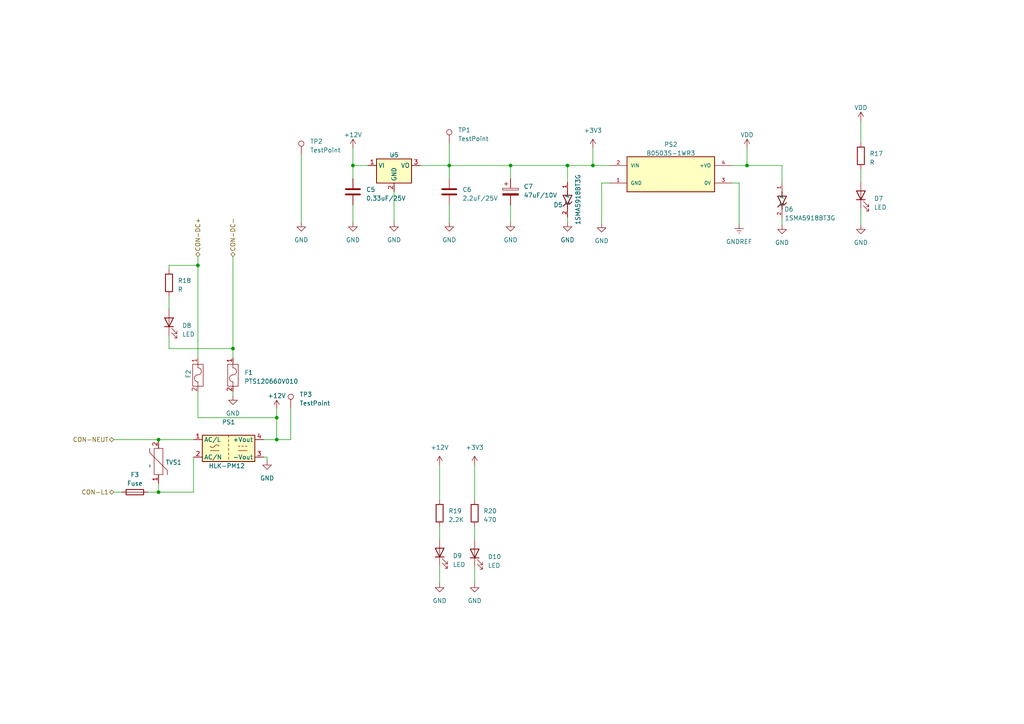
<source format=kicad_sch>
(kicad_sch (version 20230121) (generator eeschema)
  (paper "A4")
  (lib_symbols
    (symbol "1SMA5918BT3G:1SMA5918BT3G" (pin_names (offset 1.016))
      (property "Reference" "D6" (at 2.54 0.635 90))
      (property "Value" "1SMA5918BT3G" (at 2.54 -1.905 90))
      (symbol "1SMA5918BT3G_0_0"
        (polyline (pts (xy -2.54 0) (xy -1.27 0)) (stroke (width 0.254)))
        (polyline (pts (xy -1.27 -1.27) (xy 1.27 0)) (stroke (width 0.254)))
        (polyline (pts (xy -1.27 0) (xy -1.27 -1.27)) (stroke (width 0.254)))
        (polyline (pts (xy -1.27 1.27) (xy -1.27 0)) (stroke (width 0.254)))
        (polyline (pts (xy 0.635 1.27) (xy 1.27 0.635)) (stroke (width 0.254)))
        (polyline (pts (xy 1.27 -0.635) (xy 1.905 -1.27)) (stroke (width 0.254)))
        (polyline (pts (xy 1.27 0) (xy -1.27 1.27)) (stroke (width 0.254)))
        (polyline (pts (xy 1.27 0) (xy 1.27 -0.635)) (stroke (width 0.254)))
        (polyline (pts (xy 1.27 0.635) (xy 1.27 0)) (stroke (width 0.254)))
        (polyline (pts (xy 2.54 0) (xy 1.27 0)) (stroke (width 0.254)))
        (pin passive line (at -5.08 0 0) (length 2.54) (name "A") (number "1"))
        (pin passive line (at 5.08 0 180) (length 2.54) (name "C") (number "2"))
      )
    )
    (symbol "1SMA5918BT3G_1" (pin_names (offset 1.016))
      (property "Reference" "D5" (at 0.635 -2.54 90))
      (property "Value" "1SMA5918BT3G" (at -1.905 -2.54 90))
      (symbol "1SMA5918BT3G_1_0_0"
        (polyline (pts (xy -2.54 0) (xy -1.27 0)) (stroke (width 0.254)))
        (polyline (pts (xy -1.27 -1.27) (xy 1.27 0)) (stroke (width 0.254)))
        (polyline (pts (xy -1.27 0) (xy -1.27 -1.27)) (stroke (width 0.254)))
        (polyline (pts (xy -1.27 1.27) (xy -1.27 0)) (stroke (width 0.254)))
        (polyline (pts (xy 0.635 1.27) (xy 1.27 0.635)) (stroke (width 0.254)))
        (polyline (pts (xy 1.27 -0.635) (xy 1.905 -1.27)) (stroke (width 0.254)))
        (polyline (pts (xy 1.27 0) (xy -1.27 1.27)) (stroke (width 0.254)))
        (polyline (pts (xy 1.27 0) (xy 1.27 -0.635)) (stroke (width 0.254)))
        (polyline (pts (xy 1.27 0.635) (xy 1.27 0)) (stroke (width 0.254)))
        (polyline (pts (xy 2.54 0) (xy 1.27 0)) (stroke (width 0.254)))
        (pin passive line (at -5.08 0 0) (length 2.54) (name "A") (number "1"))
        (pin passive line (at 5.08 0 180) (length 2.54) (name "C") (number "2"))
      )
    )
    (symbol "B0503S-1WR3:B0503S-1WR3" (pin_names (offset 1.016))
      (property "Reference" "PS" (at -12.7 6.35 0))
      (property "Value" "B0503S-1WR3" (at -12.7 -7.62 0))
      (symbol "B0503S-1WR3_0_0"
        (rectangle (start -12.7 -5.08) (end 12.7 5.08) (stroke (width 0.254)) (fill (type background)))
        (pin power_in line (at -17.78 -2.54 0) (length 5.08) (name "GND") (number "1"))
        (pin input line (at -17.78 2.54 0) (length 5.08) (name "VIN") (number "2"))
        (pin passive line (at 17.78 -2.54 180) (length 5.08) (name "0V") (number "3"))
        (pin output line (at 17.78 2.54 180) (length 5.08) (name "+VO") (number "4"))
      )
    )
    (symbol "Connector:TestPoint" (pin_numbers hide) (pin_names (offset 0.762) hide)
      (property "Reference" "TP" (at 0 6.858 0))
      (property "Value" "TestPoint" (at 0 5.08 0))
      (symbol "TestPoint_0_1"
        (circle (center 0 3.302) (radius 0.762))
      )
      (symbol "TestPoint_1_1"
        (pin passive line (at 0 0 90) (length 2.54) (name "1") (number "1"))
      )
    )
    (symbol "Converter_ACDC:HLK-PM12"
      (property "Reference" "PS" (at 0 5.08 0))
      (property "Value" "HLK-PM12" (at 0 -5.08 0))
      (symbol "HLK-PM12_0_1"
        (rectangle (start -7.62 3.81) (end 7.62 -3.81) (stroke (width 0.254)) (fill (type background)))
        (arc (start -5.334 0.635) (mid -4.699 0.2495) (end -4.064 0.635))
        (arc (start -2.794 0.635) (mid -3.429 1.0072) (end -4.064 0.635))
        (polyline (pts (xy -5.334 -0.635) (xy -2.794 -0.635)))
        (polyline (pts (xy 0 -2.54) (xy 0 -3.175)))
        (polyline (pts (xy 0 -1.27) (xy 0 -1.905)))
        (polyline (pts (xy 0 0) (xy 0 -0.635)))
        (polyline (pts (xy 0 1.27) (xy 0 0.635)))
        (polyline (pts (xy 0 2.54) (xy 0 1.905)))
        (polyline (pts (xy 0 3.81) (xy 0 3.175)))
        (polyline (pts (xy 2.794 -0.635) (xy 5.334 -0.635)))
        (polyline (pts (xy 2.794 0.635) (xy 3.302 0.635)))
        (polyline (pts (xy 3.81 0.635) (xy 4.318 0.635)))
        (polyline (pts (xy 4.826 0.635) (xy 5.334 0.635)))
      )
      (symbol "HLK-PM12_1_1"
        (pin power_in line (at -10.16 2.54 0) (length 2.54) (name "AC/L") (number "1"))
        (pin power_in line (at -10.16 -2.54 0) (length 2.54) (name "AC/N") (number "2"))
        (pin power_out line (at 10.16 -2.54 180) (length 2.54) (name "-Vout") (number "3"))
        (pin power_out line (at 10.16 2.54 180) (length 2.54) (name "+Vout") (number "4"))
      )
    )
    (symbol "Device:C" (pin_numbers hide) (pin_names (offset 0.254))
      (property "Reference" "C" (at 0.635 2.54 0))
      (property "Value" "C" (at 0.635 -2.54 0))
      (symbol "C_0_1"
        (polyline (pts (xy -2.032 -0.762) (xy 2.032 -0.762)) (stroke (width 0.508)))
        (polyline (pts (xy -2.032 0.762) (xy 2.032 0.762)) (stroke (width 0.508)))
      )
      (symbol "C_1_1"
        (pin passive line (at 0 3.81 270) (length 2.794) (name "~") (number "1"))
        (pin passive line (at 0 -3.81 90) (length 2.794) (name "~") (number "2"))
      )
    )
    (symbol "Device:C_Polarized" (pin_numbers hide) (pin_names (offset 0.254))
      (property "Reference" "C" (at 0.635 2.54 0))
      (property "Value" "C_Polarized" (at 0.635 -2.54 0))
      (symbol "C_Polarized_0_1"
        (rectangle (start -2.286 0.508) (end 2.286 1.016))
        (polyline (pts (xy -1.778 2.286) (xy -0.762 2.286)))
        (polyline (pts (xy -1.27 2.794) (xy -1.27 1.778)))
        (rectangle (start 2.286 -0.508) (end -2.286 -1.016) (fill (type outline)))
      )
      (symbol "C_Polarized_1_1"
        (pin passive line (at 0 3.81 270) (length 2.794) (name "~") (number "1"))
        (pin passive line (at 0 -3.81 90) (length 2.794) (name "~") (number "2"))
      )
    )
    (symbol "Device:Fuse" (pin_numbers hide) (pin_names (offset 0))
      (property "Reference" "F" (at 2.032 0 90))
      (property "Value" "Fuse" (at -1.905 0 90))
      (symbol "Fuse_0_1"
        (rectangle (start -0.762 -2.54) (end 0.762 2.54) (stroke (width 0.254)))
        (polyline (pts (xy 0 2.54) (xy 0 -2.54)))
      )
      (symbol "Fuse_1_1"
        (pin passive line (at 0 3.81 270) (length 1.27) (name "~") (number "1"))
        (pin passive line (at 0 -3.81 90) (length 1.27) (name "~") (number "2"))
      )
    )
    (symbol "Device:LED" (pin_numbers hide) (pin_names (offset 1.016) hide)
      (property "Reference" "D" (at 0 2.54 0))
      (property "Value" "LED" (at 0 -2.54 0))
      (symbol "LED_0_1"
        (polyline (pts (xy -1.27 -1.27) (xy -1.27 1.27)) (stroke (width 0.254)))
        (polyline (pts (xy -1.27 0) (xy 1.27 0)))
        (polyline (pts (xy 1.27 -1.27) (xy 1.27 1.27) (xy -1.27 0) (xy 1.27 -1.27)) (stroke (width 0.254)))
        (polyline (pts (xy -3.048 -0.762) (xy -4.572 -2.286) (xy -3.81 -2.286) (xy -4.572 -2.286) (xy -4.572 -1.524)))
        (polyline (pts (xy -1.778 -0.762) (xy -3.302 -2.286) (xy -2.54 -2.286) (xy -3.302 -2.286) (xy -3.302 -1.524)))
      )
      (symbol "LED_1_1"
        (pin passive line (at -3.81 0 0) (length 2.54) (name "K") (number "1"))
        (pin passive line (at 3.81 0 180) (length 2.54) (name "A") (number "2"))
      )
    )
    (symbol "Device:R" (pin_numbers hide) (pin_names (offset 0))
      (property "Reference" "R" (at 2.032 0 90))
      (property "Value" "R" (at 0 0 90))
      (symbol "R_0_1"
        (rectangle (start -1.016 -2.54) (end 1.016 2.54) (stroke (width 0.254)))
      )
      (symbol "R_1_1"
        (pin passive line (at 0 3.81 270) (length 1.27) (name "~") (number "1"))
        (pin passive line (at 0 -3.81 90) (length 1.27) (name "~") (number "2"))
      )
    )
    (symbol "New_Library:NJM2885DL1-33-TE1"
      (property "Reference" "U" (at 0 0 0))
      (symbol "NJM2885DL1-33-TE1_0_1"
        (rectangle (start -4.826 -1.143) (end 5.334 -8.128) (stroke (width 0.254)) (fill (type background)))
      )
      (symbol "NJM2885DL1-33-TE1_1_1"
        (pin power_in line (at -7.366 -3.048 0) (length 2.54) (name "VI") (number "1"))
        (pin power_in line (at 0.254 -10.668 90) (length 2.54) (name "GND") (number "2"))
        (pin power_out line (at 7.874 -3.048 180) (length 2.54) (name "VO") (number "3"))
      )
    )
    (symbol "New_Library:P10V275"
      (property "Reference" "TVS1" (at 6.35 0.635 90))
      (property "Value" "~" (at 0 0 0))
      (symbol "P10V275_0_1"
        (polyline (pts (xy 5.08 0) (xy 3.81 0) (xy -1.27 -5.08) (xy -2.54 -5.08)))
        (polyline (pts (xy -2.54 -1.27) (xy -2.54 -3.81) (xy 5.08 -3.81) (xy 5.08 -1.27) (xy -2.54 -1.27)))
      )
      (symbol "P10V275_1_1"
        (pin bidirectional line (at -5.08 -2.54 0) (length 2.54) (name "") (number "1"))
        (pin bidirectional line (at 7.62 -2.54 180) (length 2.54) (name "") (number "2"))
      )
    )
    (symbol "New_Library:PTS120660V010"
      (property "Reference" "F" (at 0 0 90))
      (property "Value" "PTS120660V010" (at 5.588 1.016 90))
      (symbol "PTS120660V010_0_1"
        (polyline (pts (xy 2.54 -3.302) (xy 2.54 -1.778)))
        (polyline (pts (xy 2.54 2.286) (xy 2.54 3.81)))
        (rectangle (start 1.016 3.302) (end 4.064 -3.048))
        (arc (start 1.5222 -0.7638) (mid 1.8203 -1.4817) (end 2.5382 -1.7798))
        (arc (start 2.5382 0.2558) (mid 1.8203 -0.0423) (end 1.5222 -0.7602))
        (arc (start 2.5418 0.2522) (mid 3.2597 0.5503) (end 3.5578 1.2682))
        (arc (start 3.556 1.27) (mid 3.2578 1.9878) (end 2.54 2.286))
      )
      (symbol "PTS120660V010_1_1"
        (pin passive line (at 2.54 5.08 270) (length 1.27) (name "~") (number "1"))
        (pin passive line (at 2.54 -4.572 90) (length 1.27) (name "~") (number "2"))
      )
    )
    (symbol "power:+12V" (power) (pin_names (offset 0))
      (property "Value" "+12V" (at 0 3.556 0))
      (symbol "+12V_0_1"
        (polyline (pts (xy -0.762 1.27) (xy 0 2.54)))
        (polyline (pts (xy 0 0) (xy 0 2.54)))
        (polyline (pts (xy 0 2.54) (xy 0.762 1.27)))
      )
      (symbol "+12V_1_1"
        (pin power_in line (at 0 0 90) (length 0) hide (name "+12V") (number "1"))
      )
    )
    (symbol "power:+3V3" (power) (pin_names (offset 0))
      (property "Value" "+3V3" (at 0 3.556 0))
      (symbol "+3V3_0_1"
        (polyline (pts (xy -0.762 1.27) (xy 0 2.54)))
        (polyline (pts (xy 0 0) (xy 0 2.54)))
        (polyline (pts (xy 0 2.54) (xy 0.762 1.27)))
      )
      (symbol "+3V3_1_1"
        (pin power_in line (at 0 0 90) (length 0) hide (name "+3V3") (number "1"))
      )
    )
    (symbol "power:GND" (power) (pin_names (offset 0))
      (property "Value" "GND" (at 0 -3.81 0))
      (symbol "GND_0_1"
        (polyline (pts (xy 0 0) (xy 0 -1.27) (xy 1.27 -1.27) (xy 0 -2.54) (xy -1.27 -1.27) (xy 0 -1.27)))
      )
      (symbol "GND_1_1"
        (pin power_in line (at 0 0 270) (length 0) hide (name "GND") (number "1"))
      )
    )
    (symbol "power:GNDREF" (power) (pin_names (offset 0))
      (property "Value" "GNDREF" (at 0 -3.81 0))
      (symbol "GNDREF_0_1"
        (polyline (pts (xy -0.635 -1.905) (xy 0.635 -1.905)))
        (polyline (pts (xy -0.127 -2.54) (xy 0.127 -2.54)))
        (polyline (pts (xy 0 -1.27) (xy 0 0)))
        (polyline (pts (xy 1.27 -1.27) (xy -1.27 -1.27)))
      )
      (symbol "GNDREF_1_1"
        (pin power_in line (at 0 0 270) (length 0) hide (name "GNDREF") (number "1"))
      )
    )
    (symbol "power:VDD" (power) (pin_names (offset 0))
      (property "Value" "VDD" (at 0 3.81 0))
      (symbol "VDD_0_1"
        (polyline (pts (xy -0.762 1.27) (xy 0 2.54)))
        (polyline (pts (xy 0 0) (xy 0 2.54)))
        (polyline (pts (xy 0 2.54) (xy 0.762 1.27)))
      )
      (symbol "VDD_1_1"
        (pin power_in line (at 0 0 90) (length 0) hide (name "VDD") (number "1"))
      )
    )
  )
  (junction (at 45.974 142.748))
  (junction (at 57.404 76.962))
  (junction (at 148.082 48.006))
  (junction (at 102.362 48.006))
  (junction (at 80.264 127.508))
  (junction (at 67.564 101.092))
  (junction (at 80.264 121.158))
  (junction (at 45.974 127.508))
  (junction (at 164.592 48.006))
  (junction (at 130.302 48.006))
  (junction (at 216.662 48.006))
  (junction (at 171.958 48.006))
  (wire (pts (xy 42.926 142.748) (xy 45.974 142.748)))
  (wire (pts (xy 171.958 42.926) (xy 171.958 48.006)))
  (wire (pts (xy 214.376 53.086) (xy 212.344 53.086)))
  (wire (pts (xy 226.822 63.246) (xy 226.822 65.278)))
  (wire (pts (xy 127.508 134.874) (xy 127.508 145.034)))
  (wire (pts (xy 216.662 42.926) (xy 216.662 48.006)))
  (wire (pts (xy 114.3 55.626) (xy 114.3 64.516)))
  (wire (pts (xy 80.264 127.508) (xy 76.454 127.508)))
  (wire (pts (xy 214.376 65.024) (xy 214.376 53.086)))
  (wire (pts (xy 102.362 59.436) (xy 102.362 64.516)))
  (wire (pts (xy 130.302 48.006) (xy 148.082 48.006)))
  (wire (pts (xy 130.302 59.436) (xy 130.302 64.516)))
  (wire (pts (xy 127.508 164.084) (xy 127.508 169.164)))
  (wire (pts (xy 80.264 121.158) (xy 80.264 127.508)))
  (wire (pts (xy 49.022 76.962) (xy 49.022 78.232)))
  (wire (pts (xy 121.92 48.006) (xy 130.302 48.006)))
  (wire (pts (xy 148.082 48.006) (xy 164.592 48.006)))
  (wire (pts (xy 49.022 76.962) (xy 57.404 76.962)))
  (wire (pts (xy 212.344 48.006) (xy 216.662 48.006)))
  (wire (pts (xy 137.668 164.338) (xy 137.668 169.164)))
  (wire (pts (xy 137.668 152.654) (xy 137.668 156.718)))
  (wire (pts (xy 67.564 113.538) (xy 67.564 114.808)))
  (wire (pts (xy 226.822 53.086) (xy 226.822 48.006)))
  (wire (pts (xy 45.974 140.208) (xy 45.974 142.748)))
  (wire (pts (xy 249.682 60.452) (xy 249.682 65.278)))
  (wire (pts (xy 67.564 101.092) (xy 49.022 101.092)))
  (wire (pts (xy 137.668 134.874) (xy 137.668 145.034)))
  (wire (pts (xy 148.082 48.006) (xy 148.082 51.816)))
  (wire (pts (xy 77.47 132.588) (xy 77.47 133.604)))
  (wire (pts (xy 102.362 48.006) (xy 106.68 48.006)))
  (wire (pts (xy 57.404 74.422) (xy 57.404 76.962)))
  (wire (pts (xy 84.328 127.508) (xy 80.264 127.508)))
  (wire (pts (xy 80.264 118.618) (xy 80.264 121.158)))
  (wire (pts (xy 87.376 44.958) (xy 87.376 64.516)))
  (wire (pts (xy 49.022 101.092) (xy 49.022 97.282)))
  (wire (pts (xy 174.498 64.77) (xy 174.498 53.086)))
  (wire (pts (xy 76.454 132.588) (xy 77.47 132.588)))
  (wire (pts (xy 45.974 142.748) (xy 56.134 142.748)))
  (wire (pts (xy 57.404 76.962) (xy 57.404 103.886)))
  (wire (pts (xy 57.404 113.538) (xy 57.404 121.158)))
  (wire (pts (xy 45.974 127.508) (xy 56.134 127.508)))
  (wire (pts (xy 33.02 142.748) (xy 35.306 142.748)))
  (wire (pts (xy 249.682 49.022) (xy 249.682 52.832)))
  (wire (pts (xy 164.592 48.006) (xy 164.592 52.832)))
  (wire (pts (xy 57.404 121.158) (xy 80.264 121.158)))
  (wire (pts (xy 102.362 48.006) (xy 102.362 51.816)))
  (wire (pts (xy 84.328 118.364) (xy 84.328 127.508)))
  (wire (pts (xy 164.592 48.006) (xy 171.958 48.006)))
  (wire (pts (xy 148.082 59.436) (xy 148.082 64.516)))
  (wire (pts (xy 102.362 42.926) (xy 102.362 48.006)))
  (wire (pts (xy 127.508 152.654) (xy 127.508 156.464)))
  (wire (pts (xy 174.498 53.086) (xy 176.784 53.086)))
  (wire (pts (xy 67.564 103.886) (xy 67.564 101.092)))
  (wire (pts (xy 33.02 127.508) (xy 45.974 127.508)))
  (wire (pts (xy 130.302 41.656) (xy 130.302 48.006)))
  (wire (pts (xy 130.302 48.006) (xy 130.302 51.816)))
  (wire (pts (xy 216.662 48.006) (xy 226.822 48.006)))
  (wire (pts (xy 249.682 35.052) (xy 249.682 41.402)))
  (wire (pts (xy 171.958 48.006) (xy 176.784 48.006)))
  (wire (pts (xy 56.134 142.748) (xy 56.134 132.588)))
  (wire (pts (xy 164.592 62.992) (xy 164.592 64.516)))
  (wire (pts (xy 67.564 74.422) (xy 67.564 101.092)))
  (wire (pts (xy 49.022 85.852) (xy 49.022 89.662)))
  (hierarchical_label "CON-NEUT" (shape bidirectional) (at 33.02 127.508 180))
  (hierarchical_label "CON-DC-" (shape bidirectional) (at 67.564 74.422 90))
  (hierarchical_label "CON-DC+" (shape bidirectional) (at 57.404 74.422 90))
  (hierarchical_label "CON-L1" (shape bidirectional) (at 33.02 142.748 180))
  (symbol (lib_id "Device:R") (at 127.508 148.844 0) (unit 1)
    (property "Reference" "R19" (at 130.048 148.209 0) (effects (justify left)))
    (property "Value" "2.2K" (at 130.048 150.749 0) (effects (justify left)))
    (property "Footprint" "Diode_SMD:D_0805_2012Metric" (effects hide))
    (instances (project "RoomLink" (path "" (reference "R19") (unit 1))) (project "Practica" (path "" (reference "R26") (unit 1))))
  )
  (symbol (lib_id "power:+12V") (at 127.508 134.874 0) (unit 1)
    (property "Reference" "#PWR039" (effects hide))
    (property "Value" "+12V" (at 127.508 129.794 0))
    (instances (project "RoomLink" (path "" (reference "#PWR039") (unit 1))) (project "Practica" (path "" (reference "#PWR053") (unit 1))))
  )
  (symbol (lib_id "power:GND") (at 77.47 133.604 0) (unit 1)
    (property "Reference" "#PWR036" (effects hide))
    (property "Value" "GND" (at 77.47 138.684 0))
    (instances (project "RoomLink" (path "" (reference "#PWR036") (unit 1))) (project "Practica" (path "" (reference "#PWR044") (unit 1))))
  )
  (symbol (lib_id "New_Library:PTS120660V010") (at 54.864 108.966 0) (unit 1)
    (property "Reference" "F2" (at 54.61 109.728 90) (effects (justify left)))
    (property "Value" "PTS120660V010" (effects hide))
    (property "Footprint" "Fuse:Fuse_1206_3216Metric" (effects hide))
    (instances (project "RoomLink" (path "" (reference "F2") (unit 1))) (project "Practica" (path "" (reference "F4") (unit 1))))
  )
  (symbol (lib_id "Device:R") (at 137.668 148.844 0) (unit 1)
    (property "Reference" "R20" (at 140.208 148.209 0) (effects (justify left)))
    (property "Value" "470" (at 140.208 150.749 0) (effects (justify left)))
    (property "Footprint" "Diode_SMD:D_0805_2012Metric" (effects hide))
    (instances (project "RoomLink" (path "" (reference "R20") (unit 1))) (project "Practica" (path "" (reference "R32") (unit 1))))
  )
  (symbol (lib_id "power:GND") (at 127.508 169.164 0) (unit 1)
    (property "Reference" "#PWR038" (effects hide))
    (property "Value" "GND" (at 127.508 174.244 0))
    (instances (project "RoomLink" (path "" (reference "#PWR038") (unit 1))) (project "Practica" (path "" (reference "#PWR054") (unit 1))))
  )
  (symbol (lib_id "Device:LED") (at 137.668 160.528 90) (unit 1)
    (property "Reference" "D10" (at 141.478 161.4805 90) (effects (justify right)))
    (property "Value" "LED" (at 141.478 164.0205 90) (effects (justify right)))
    (property "Footprint" "Diode_SMD:D_0805_2012Metric" (effects hide))
    (instances (project "RoomLink" (path "" (reference "D10") (unit 1))) (project "Practica" (path "" (reference "D17") (unit 1))))
  )
  (symbol (lib_id "power:GND") (at 164.592 64.516 0) (unit 1)
    (property "Reference" "#PWR028" (effects hide))
    (property "Value" "GND" (at 164.592 69.596 0))
    (instances (project "RoomLink" (path "" (reference "#PWR028") (unit 1))) (project "Practica" (path "" (reference "#PWR050") (unit 1))))
  )
  (symbol (lib_id "power:GNDREF") (at 214.376 65.024 0) (unit 1)
    (property "Reference" "#PWR024" (effects hide))
    (property "Value" "GNDREF" (at 214.376 70.104 0))
    (instances (project "RoomLink" (path "" (reference "#PWR024") (unit 1))) (project "Practica" (path "" (reference "#PWR055") (unit 1))))
  )
  (symbol (lib_id "power:VDD") (at 216.662 42.926 0) (unit 1)
    (property "Reference" "#PWR030" (effects hide))
    (property "Value" "VDD" (at 216.662 39.116 0))
    (instances (project "RoomLink" (path "" (reference "#PWR030") (unit 1))) (project "Practica" (path "" (reference "#PWR056") (unit 1))))
  )
  (symbol (lib_id "power:GND") (at 249.682 65.278 0) (unit 1)
    (property "Reference" "#PWR033" (effects hide))
    (property "Value" "GND" (at 249.682 70.358 0))
    (instances (project "RoomLink" (path "" (reference "#PWR033") (unit 1))) (project "Practica" (path "" (reference "#PWR061") (unit 1))))
  )
  (symbol (lib_id "New_Library:P10V275") (at 43.434 135.128 90) (unit 1)
    (property "Reference" "TVS1" (at 48.006 134.112 90) (effects (justify right)))
    (property "Value" "~" (at 43.434 135.128 0))
    (property "Footprint" "Varistor:RV_Disc_D21.5mm_W7.5mm_P10mm" (effects hide))
  )
  (symbol (lib_id "power:+3V3") (at 137.668 134.874 0) (unit 1)
    (property "Reference" "#PWR021" (effects hide))
    (property "Value" "+3V3" (at 137.668 129.794 0))
    (instances (project "Practica" (path "" (reference "#PWR021") (unit 1)) (path "" (reference "#PWR033") (unit 1)) (path "" (reference "#PWR062") (unit 1))))
  )
  (symbol (lib_id "Device:LED") (at 249.682 56.642 90) (unit 1)
    (property "Reference" "D7" (at 253.492 57.5945 90) (effects (justify right)))
    (property "Value" "LED" (at 253.492 60.1345 90) (effects (justify right)))
    (property "Footprint" "Diode_SMD:D_0805_2012Metric" (effects hide))
    (instances (project "RoomLink" (path "" (reference "D7") (unit 1))) (project "Practica" (path "" (reference "D19") (unit 1))))
  )
  (symbol (lib_id "power:GND") (at 148.082 64.516 0) (unit 1)
    (property "Reference" "#PWR027" (effects hide))
    (property "Value" "GND" (at 148.082 69.596 0))
    (instances (project "RoomLink" (path "" (reference "#PWR027") (unit 1))) (project "Practica" (path "" (reference "#PWR049") (unit 1))))
  )
  (symbol (lib_id "Device:C") (at 102.362 55.626 0) (unit 1)
    (property "Reference" "C5" (at 106.172 54.991 0) (effects (justify left)))
    (property "Value" "0.33uF/25V" (at 106.172 57.531 0) (effects (justify left)))
    (property "Footprint" "Capacitor_SMD:C_0805_2012Metric" (effects hide))
    (instances (project "RoomLink" (path "" (reference "C5") (unit 1))) (project "Practica" (path "" (reference "C7") (unit 1))))
  )
  (symbol (lib_id "power:GND") (at 67.564 114.808 0) (unit 1)
    (property "Reference" "#PWR034" (effects hide))
    (property "Value" "GND" (at 67.564 119.888 0))
    (instances (project "RoomLink" (path "" (reference "#PWR034") (unit 1))) (project "Practica" (path "" (reference "#PWR041") (unit 1))))
  )
  (symbol (lib_id "power:+3V3") (at 171.958 42.926 0) (unit 1)
    (property "Reference" "#PWR021" (effects hide))
    (property "Value" "+3V3" (at 171.958 37.846 0))
    (instances (project "Practica" (path "" (reference "#PWR021") (unit 1)) (path "" (reference "#PWR033") (unit 1)) (path "" (reference "#PWR057") (unit 1))))
  )
  (symbol (lib_id "power:GND") (at 226.822 65.278 0) (unit 1)
    (property "Reference" "#PWR023" (effects hide))
    (property "Value" "GND" (at 226.822 70.358 0))
    (instances (project "RoomLink" (path "" (reference "#PWR023") (unit 1))) (project "Practica" (path "" (reference "#PWR059") (unit 1))))
  )
  (symbol (lib_id "power:GND") (at 137.668 169.164 0) (unit 1)
    (property "Reference" "#PWR040" (effects hide))
    (property "Value" "GND" (at 137.668 174.244 0))
    (instances (project "RoomLink" (path "" (reference "#PWR040") (unit 1))) (project "Practica" (path "" (reference "#PWR058") (unit 1))))
  )
  (symbol (lib_id "Device:LED") (at 127.508 160.274 90) (unit 1)
    (property "Reference" "D9" (at 131.318 161.2265 90) (effects (justify right)))
    (property "Value" "LED" (at 131.318 163.7665 90) (effects (justify right)))
    (property "Footprint" "Diode_SMD:D_0805_2012Metric" (effects hide))
    (instances (project "RoomLink" (path "" (reference "D9") (unit 1))) (project "Practica" (path "" (reference "D16") (unit 1))))
  )
  (symbol (lib_id "Device:C") (at 130.302 55.626 0) (unit 1)
    (property "Reference" "C6" (at 134.112 54.991 0) (effects (justify left)))
    (property "Value" "2.2uF/25V" (at 134.112 57.531 0) (effects (justify left)))
    (property "Footprint" "Capacitor_SMD:C_0805_2012Metric" (effects hide))
    (instances (project "RoomLink" (path "" (reference "C6") (unit 1))) (project "Practica" (path "" (reference "C8") (unit 1))))
  )
  (symbol (lib_id "Device:R") (at 249.682 45.212 0) (unit 1)
    (property "Reference" "R17" (at 252.222 44.577 0) (effects (justify left)))
    (property "Value" "R" (at 252.222 47.117 0) (effects (justify left)))
    (property "Footprint" "Diode_SMD:D_0805_2012Metric" (effects hide))
    (instances (project "RoomLink" (path "" (reference "R17") (unit 1))) (project "Practica" (path "" (reference "R33") (unit 1))))
  )
  (symbol (lib_id "Connector:TestPoint") (at 87.376 44.958 0) (unit 1)
    (property "Reference" "TP2" (at 89.916 41.021 0) (effects (justify left)))
    (property "Value" "TestPoint" (at 89.916 43.561 0) (effects (justify left)))
    (property "Footprint" "TestPoint:TestPoint_Loop_D2.60mm_Drill1.6mm_Beaded" (effects hide))
    (instances (project "RoomLink" (path "" (reference "TP2") (unit 1))) (project "Practica" (path "" (reference "TP1") (unit 1))))
  )
  (symbol (lib_id "B0503S-1WR3:B0503S-1WR3") (at 194.564 50.546 0) (unit 1)
    (property "Reference" "PS2" (at 194.564 41.91 0))
    (property "Value" "B0503S-1WR3" (at 194.564 44.45 0))
    (property "Footprint" "CONV_B0503S-1WR3" (effects hide))
    (property "PARTREV" "2018.06.29-A/2" (effects hide))
    (property "STANDARD" "Manufacturer Recommendations" (effects hide))
    (property "MAXIMUM_PACKAGE_HEIGHT" "10.41 mm" (effects hide))
    (property "MANUFACTURER" "Mornsun" (effects hide))
  )
  (symbol (lib_id "New_Library:PTS120660V010") (at 65.024 108.966 0) (unit 1)
    (property "Reference" "F1" (at 70.866 108.077 0) (effects (justify left)))
    (property "Value" "PTS120660V010" (at 70.866 110.617 0) (effects (justify left)))
    (property "Footprint" "Fuse:Fuse_1206_3216Metric" (effects hide))
    (instances (project "RoomLink" (path "" (reference "F1") (unit 1))) (project "Practica" (path "" (reference "F5") (unit 1))))
  )
  (symbol (lib_id "power:GND") (at 87.376 64.516 0) (unit 1)
    (property "Reference" "#PWR031" (effects hide))
    (property "Value" "GND" (at 87.376 69.596 0))
    (instances (project "RoomLink" (path "" (reference "#PWR031") (unit 1))) (project "Practica" (path "" (reference "#PWR042") (unit 1))))
  )
  (symbol (lib_id "power:+12V") (at 102.362 42.926 0) (unit 1)
    (property "Reference" "#PWR021" (effects hide))
    (property "Value" "+12V" (at 102.362 39.116 0))
    (instances (project "RoomLink" (path "" (reference "#PWR021") (unit 1))) (project "Practica" (path "" (reference "#PWR045") (unit 1))))
  )
  (symbol (lib_id "power:+12V") (at 80.264 118.618 0) (unit 1)
    (property "Reference" "#PWR035" (effects hide))
    (property "Value" "+12V" (at 80.264 114.808 0))
    (instances (project "RoomLink" (path "" (reference "#PWR035") (unit 1))) (project "Practica" (path "" (reference "#PWR043") (unit 1))))
  )
  (symbol (lib_id "power:GND") (at 174.498 64.77 0) (unit 1)
    (property "Reference" "#PWR029" (effects hide))
    (property "Value" "GND" (at 174.498 69.85 0))
    (instances (project "RoomLink" (path "" (reference "#PWR029") (unit 1))) (project "Practica" (path "" (reference "#PWR052") (unit 1))))
  )
  (symbol (lib_id "Device:C_Polarized") (at 148.082 55.626 0) (unit 1)
    (property "Reference" "C7" (at 151.892 54.102 0) (effects (justify left)))
    (property "Value" "47uF/10V" (at 151.892 56.642 0) (effects (justify left)))
    (property "Footprint" "Capacitor_SMD:C_0805_2012Metric" (effects hide))
    (instances (project "RoomLink" (path "" (reference "C7") (unit 1))) (project "Practica" (path "" (reference "C9") (unit 1))))
  )
  (symbol (lib_id "power:VDD") (at 249.682 35.052 0) (unit 1)
    (property "Reference" "#PWR032" (effects hide))
    (property "Value" "VDD" (at 249.682 31.242 0))
    (instances (project "RoomLink" (path "" (reference "#PWR032") (unit 1))) (project "Practica" (path "" (reference "#PWR060") (unit 1))))
  )
  (symbol (lib_id "power:GND") (at 130.302 64.516 0) (unit 1)
    (property "Reference" "#PWR026" (effects hide))
    (property "Value" "GND" (at 130.302 69.596 0))
    (instances (project "RoomLink" (path "" (reference "#PWR026") (unit 1))) (project "Practica" (path "" (reference "#PWR048") (unit 1))))
  )
  (symbol (lib_id "Device:R") (at 49.022 82.042 0) (unit 1)
    (property "Reference" "R18" (at 51.562 81.407 0) (effects (justify left)))
    (property "Value" "R" (at 51.562 83.947 0) (effects (justify left)))
    (property "Footprint" "Diode_SMD:D_0805_2012Metric" (effects hide))
    (instances (project "RoomLink" (path "" (reference "R18") (unit 1))) (project "Practica" (path "" (reference "R25") (unit 1))))
  )
  (symbol (lib_id "Converter_ACDC:HLK-PM12") (at 66.294 130.048 0) (unit 1)
    (property "Reference" "PS1" (at 66.294 122.428 0))
    (property "Value" "HLK-PM12" (at 65.786 135.128 0))
    (property "Footprint" "Converter_ACDC:Converter_ACDC_HiLink_HLK-PMxx" (effects hide))
    (property "Datasheet" "http://www.hlktech.net/product_detail.php?ProId=56" (effects hide))
  )
  (symbol (lib_id "1SMA5918BT3G:1SMA5918BT3G") (at 226.822 58.166 270) (unit 1)
    (property "Reference" "D6" (at 227.457 60.706 90) (effects (justify left)))
    (property "Value" "1SMA5918BT3G" (at 227.584 63.246 90) (effects (justify left)))
    (property "Footprint" "Diode_SMD:D_0805_2012Metric" (effects hide))
    (property "PARTREV" "10" (effects hide))
    (property "STANDARD" "IPC-7351B" (effects hide))
    (property "MAXIMUM_PACKAGE_HEIGHT" "2.20mm" (effects hide))
    (property "MANUFACTURER" "ON Semiconductor" (effects hide))
    (instances (project "RoomLink" (path "" (reference "D6") (unit 1))) (project "Practica" (path "" (reference "D18") (unit 1))))
  )
  (symbol (lib_id "New_Library:NJM2885DL1-33-TE1") (at 114.046 44.958 0) (unit 1)
    (property "Reference" "U5" (at 114.3 44.958 0))
    (property "Value" "~" (at 114.046 44.958 0))
    (property "Footprint" "3.3:DPAK228P968X238-4N" (effects hide))
    (instances (project "RoomLink" (path "" (reference "U5") (unit 1))) (project "Practica" (path "" (reference "U8") (unit 1))))
  )
  (symbol (lib_id "Device:Fuse") (at 39.116 142.748 90) (unit 1)
    (property "Reference" "F3" (at 39.116 137.668 90))
    (property "Value" "Fuse" (at 39.116 140.208 90))
    (property "Footprint" "Fuse:Fuseholder_Cylinder-5x20mm_Stelvio-Kontek_PTF78_Horizontal_Open" (effects hide))
  )
  (symbol (lib_id "Connector:TestPoint") (at 130.302 41.656 0) (unit 1)
    (property "Reference" "TP1" (at 132.842 37.719 0) (effects (justify left)))
    (property "Value" "TestPoint" (at 132.842 40.259 0) (effects (justify left)))
    (property "Footprint" "TestPoint:TestPoint_Loop_D2.60mm_Drill1.6mm_Beaded" (effects hide))
    (instances (project "RoomLink" (path "" (reference "TP1") (unit 1))) (project "Practica" (path "" (reference "TP3") (unit 1))))
  )
  (symbol (lib_id "power:GND") (at 114.3 64.516 0) (unit 1)
    (property "Reference" "#PWR061" (effects hide))
    (property "Value" "GND" (at 114.3 69.596 0))
    (instances (project "RoomLink" (path "" (reference "#PWR061") (unit 1))) (project "Practica" (path "" (reference "#PWR047") (unit 1))))
  )
  (symbol (lib_name "1SMA5918BT3G_1") (lib_id "1SMA5918BT3G:1SMA5918BT3G") (at 164.592 57.912 270) (unit 1)
    (property "Reference" "D5" (at 160.528 59.436 90) (effects (justify left)))
    (property "Value" "1SMA5918BT3G" (at 167.64 50.546 0) (effects (justify left)))
    (property "Footprint" "Diode_SMD:D_0805_2012Metric" (effects hide))
    (property "PARTREV" "10" (effects hide))
    (property "STANDARD" "IPC-7351B" (effects hide))
    (property "MAXIMUM_PACKAGE_HEIGHT" "2.20mm" (effects hide))
    (property "MANUFACTURER" "ON Semiconductor" (effects hide))
    (instances (project "RoomLink" (path "" (reference "D5") (unit 1))) (project "Practica" (path "" (reference "D12") (unit 1))))
  )
  (symbol (lib_id "Device:LED") (at 49.022 93.472 90) (unit 1)
    (property "Reference" "D8" (at 52.832 94.4245 90) (effects (justify right)))
    (property "Value" "LED" (at 52.832 96.9645 90) (effects (justify right)))
    (property "Footprint" "Diode_SMD:D_0805_2012Metric" (effects hide))
    (instances (project "RoomLink" (path "" (reference "D8") (unit 1))) (project "Practica" (path "" (reference "D11") (unit 1))))
  )
  (symbol (lib_id "Connector:TestPoint") (at 84.328 118.364 0) (unit 1)
    (property "Reference" "TP3" (at 86.868 114.427 0) (effects (justify left)))
    (property "Value" "TestPoint" (at 86.868 116.967 0) (effects (justify left)))
    (property "Footprint" "TestPoint:TestPoint_Loop_D2.60mm_Drill1.6mm_Beaded" (effects hide))
    (instances (project "RoomLink" (path "" (reference "TP3") (unit 1))) (project "Practica" (path "" (reference "TP2") (unit 1))))
  )
  (symbol (lib_id "power:GND") (at 102.362 64.516 0) (unit 1)
    (property "Reference" "#PWR025" (effects hide))
    (property "Value" "GND" (at 102.362 69.596 0))
    (instances (project "RoomLink" (path "" (reference "#PWR025") (unit 1))) (project "Practica" (path "" (reference "#PWR046") (unit 1))))
  )
)
</source>
